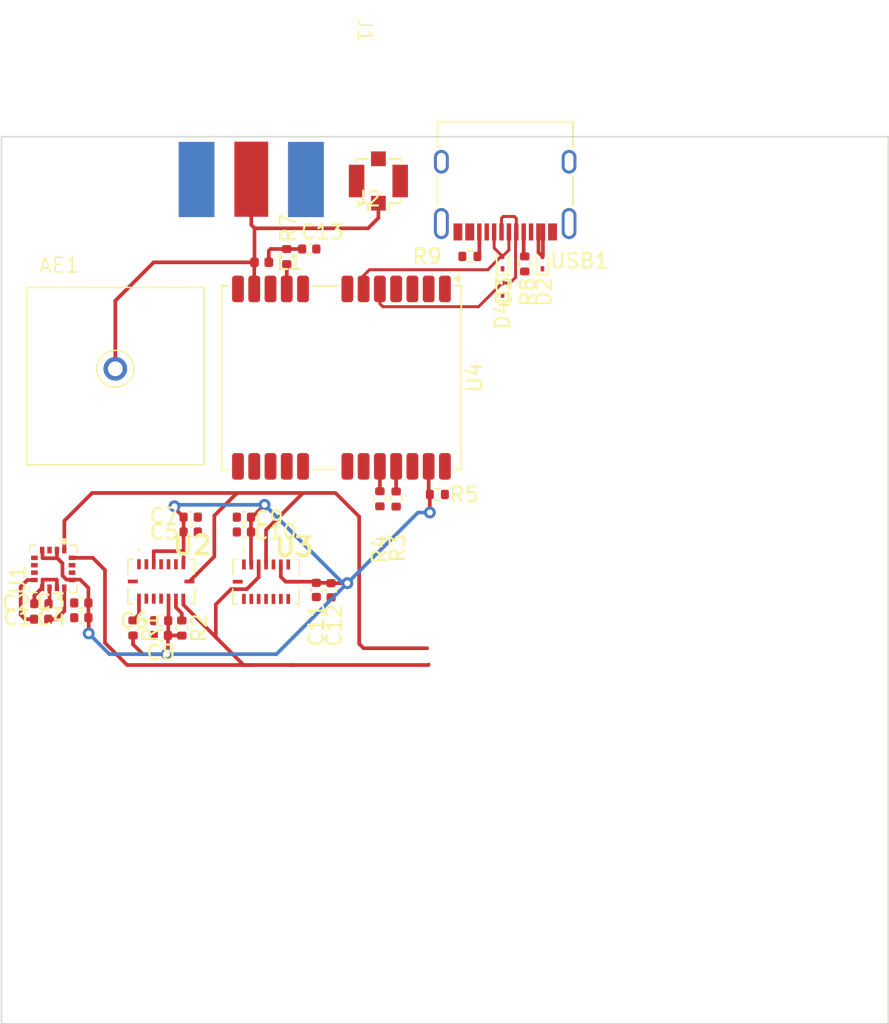
<source format=kicad_pcb>
(kicad_pcb (version 20240108) (generator "pcbnew") (generator_version "8.0")
  (layers (0 "F.Cu" signal) (31 "B.Cu" signal) (34 "B.Paste" user) (35 "F.Paste" user) (36 "B.SilkS" user "B.Silkscreen") (37 "F.SilkS" user "F.Silkscreen") (38 "B.Mask" user) (39 "F.Mask" user) (44 "Edge.Cuts" user))
  (net 0 "")
  (net 1 "GPS_ANT1")
  (net 2 "V_BATT")
  (net 3 "GND")
  (net 4 "3V3")
  (net 5 "RX")
  (net 6 "TX")
  (net 7 "SDA")
  (net 8 "SCL")
  (net 9 "Net-(U4-TXD{slash}SPI_MISO)")
  (net 10 "Net-(U4-RXD{slash}SPI_MOSI)")
  (net 11 "AD0")
  (net 12 "AD1")
  (net 13 "VCC_RF")
  (net 18 "Net-(USB1-CC2)")
  (net 19 "Net-(USB1-CC1)")
  (net 28 "Net-(U1-SETC)")
  (net 29 "Net-(U1-STEP)")
  (net 30 "Net-(U1-C1)")
  (net 31 "Net-(C13-Pad1)")
  (net 45 "/USB_D+")
  (net 46 "/USB_D-")
  (net 47 "Net-(D2-A2)")
  (footprint "Inductor_SMD:L_0402_1005Metric" (layer "F.Cu") (at 147.5 75.8)
    (property "Reference" "L1" (at 1.885 0 0) (layer "F.SilkS"))
    (property "Value" "27nH, 300mA")
    (pad "1" smd roundrect (at -0.485 0) (size 0.59 0.64) (layers "F.Cu" "F.Paste" "F.Mask") (net 1 "GPS_ANT1"))
    (pad "2" smd roundrect (at 0.485 0) (size 0.59 0.64) (layers "F.Cu" "F.Paste" "F.Mask") (net 31 "Net-(C13-Pad1)"))
  )
  (footprint "Resistor_SMD:R_0402_1005Metric" (layer "F.Cu") (at 155.5 91.79 -90)
    (property "Reference" "R4" (at 3.41 0 90) (layer "F.SilkS"))
    (property "Value" "33")
    (fp_line (start -0.153641 0.38) (end 0.153641 0.38) (stroke (width 0.12)) (layer "F.SilkS"))
    (fp_line (start -0.153641 -0.38) (end 0.153641 -0.38) (stroke (width 0.12)) (layer "F.SilkS"))
    (pad "1" smd roundrect (at -0.51 0 270) (size 0.54 0.64) (layers "F.Cu" "F.Paste" "F.Mask") (net 9 "Net-(U4-TXD{slash}SPI_MISO)"))
    (pad "2" smd roundrect (at 0.51 0 270) (size 0.54 0.64) (layers "F.Cu" "F.Paste" "F.Mask") (net 6 "TX"))
  )
  (footprint "Package_LGA:LGA-16_3x3mm_P0.5mm" (layer "F.Cu") (at 133.4 96.535 -90)
    (property "Reference" "U1" (at 0.752 2.4 90) (layer "F.SilkS"))
    (property "Value" "~")
    (fp_line (start -1.6 1.6) (end -1.1 1.6) (stroke (width 0.1)) (layer "F.SilkS"))
    (fp_line (start -1.6 1.6) (end -1.6 1.1) (stroke (width 0.1)) (layer "F.SilkS"))
    (fp_line (start 1.6 1.6) (end 1.1 1.6) (stroke (width 0.1)) (layer "F.SilkS"))
    (fp_line (start 1.6 1.6) (end 1.6 1.1) (stroke (width 0.1)) (layer "F.SilkS"))
    (fp_line (start -1.6 -1.6) (end -1.6 -1.1) (stroke (width 0.1)) (layer "F.SilkS"))
    (fp_line (start -1.6 -1.6) (end -1.1 -1.6) (stroke (width 0.1)) (layer "F.SilkS"))
    (fp_line (start 1.1 -1.6) (end 1.6 -1.6) (stroke (width 0.1)) (layer "F.SilkS"))
    (fp_line (start 1.6 -1.6) (end 1.6 -1.1) (stroke (width 0.1)) (layer "F.SilkS"))
    (fp_poly (pts (xy -1.675 -0.75) (xy -2.011 -0.51) (xy -2.011 -0.99) (xy -1.675 -0.75)) (stroke (width 0.12)) (fill solid) (layer "F.SilkS"))
    (pad "1" smd rect (at -1.275 -0.75) (size 0.3 0.45) (layers "F.Cu" "F.Paste" "F.Mask") (net 8 "SCL"))
    (pad "2" smd rect (at -1.275 -0.25) (size 0.3 0.45) (layers "F.Cu" "F.Paste" "F.Mask") (net 4 "3V3"))
    (pad "3" smd rect (at -1.275 0.25) (size 0.3 0.45) (layers "F.Cu" "F.Paste" "F.Mask"))
    (pad "4" smd rect (at -1.275 0.75) (size 0.3 0.45) (layers "F.Cu" "F.Paste" "F.Mask") (net 4 "3V3"))
    (pad "5" smd rect (at -0.75 1.275 270) (size 0.3 0.45) (layers "F.Cu" "F.Paste" "F.Mask"))
    (pad "6" smd rect (at -0.25 1.275 270) (size 0.3 0.45) (layers "F.Cu" "F.Paste" "F.Mask"))
    (pad "7" smd rect (at 0.25 1.275 270) (size 0.3 0.45) (layers "F.Cu" "F.Paste" "F.Mask"))
    (pad "8" smd rect (at 0.75 1.275 270) (size 0.3 0.45) (layers "F.Cu" "F.Paste" "F.Mask") (net 29 "Net-(U1-STEP)"))
    (pad "9" smd rect (at 1.275 0.75) (size 0.3 0.45) (layers "F.Cu" "F.Paste" "F.Mask") (net 3 "GND"))
    (pad "10" smd rect (at 1.275 0.25) (size 0.3 0.45) (layers "F.Cu" "F.Paste" "F.Mask") (net 30 "Net-(U1-C1)"))
    (pad "11" smd rect (at 1.275 -0.25) (size 0.3 0.45) (layers "F.Cu" "F.Paste" "F.Mask") (net 3 "GND"))
    (pad "12" smd rect (at 1.275 -0.75) (size 0.3 0.45) (layers "F.Cu" "F.Paste" "F.Mask") (net 28 "Net-(U1-SETC)"))
    (pad "13" smd rect (at 0.75 -1.275 270) (size 0.3 0.45) (layers "F.Cu" "F.Paste" "F.Mask") (net 4 "3V3"))
    (pad "14" smd rect (at 0.25 -1.275 270) (size 0.3 0.45) (layers "F.Cu" "F.Paste" "F.Mask"))
    (pad "15" smd rect (at -0.25 -1.275 270) (size 0.3 0.45) (layers "F.Cu" "F.Paste" "F.Mask"))
    (pad "16" smd rect (at -0.75 -1.275 270) (size 0.3 0.45) (layers "F.Cu" "F.Paste" "F.Mask") (net 7 "SDA"))
  )
  (footprint "Resistor_SMD:R_0402_1005Metric" (layer "F.Cu") (at 159.39 91.5)
    (property "Reference" "R5" (at 1.81 0 0) (layer "F.SilkS"))
    (property "Value" "100K")
    (fp_line (start -0.153641 -0.38) (end 0.153641 -0.38) (stroke (width 0.12)) (layer "F.SilkS"))
    (fp_line (start -0.153641 0.38) (end 0.153641 0.38) (stroke (width 0.12)) (layer "F.SilkS"))
    (pad "1" smd roundrect (at -0.51 0) (size 0.54 0.64) (layers "F.Cu" "F.Paste" "F.Mask") (net 4 "3V3"))
    (pad "2" smd roundrect (at 0.51 0) (size 0.54 0.64) (layers "F.Cu" "F.Paste" "F.Mask") (net 3 "GND"))
  )
  (footprint "Capacitor_SMD:C_0402_1005Metric" (layer "F.Cu") (at 150.72 74.9)
    (property "Reference" "C13" (at 0.88 -1.16 0) (layer "F.SilkS"))
    (property "Value" "100nF")
    (fp_line (start -0.107836 -0.36) (end 0.107836 -0.36) (stroke (width 0.12)) (layer "F.SilkS"))
    (fp_line (start -0.107836 0.36) (end 0.107836 0.36) (stroke (width 0.12)) (layer "F.SilkS"))
    (pad "1" smd roundrect (at -0.48 0) (size 0.56 0.62) (layers "F.Cu" "F.Paste" "F.Mask") (net 31 "Net-(C13-Pad1)"))
    (pad "2" smd roundrect (at 0.48 0) (size 0.56 0.62) (layers "F.Cu" "F.Paste" "F.Mask") (net 3 "GND"))
  )
  (footprint "Diode_SMD:D_SOD-923" (layer "F.Cu") (at 166.5 75.82 90)
    (property "Reference" "D2" (at -1.98 0.1 -90) (layer "F.SilkS"))
    (property "Value" "5V")
    (fp_line (start 0.5 -0.4) (end -0.86 -0.4) (stroke (width 0.12)) (layer "F.SilkS"))
    (fp_line (start -0.86 -0.4) (end -0.86 0.4) (stroke (width 0.12)) (layer "F.SilkS"))
    (fp_line (start 0.5 0.4) (end -0.86 0.4) (stroke (width 0.12)) (layer "F.SilkS"))
    (pad "1" smd roundrect (at -0.42 0 270) (size 0.36 0.25) (layers "F.Cu" "F.Paste" "F.Mask") (net 3 "GND"))
    (pad "2" smd roundrect (at 0.42 0 270) (size 0.36 0.25) (layers "F.Cu" "F.Paste" "F.Mask") (net 47 "Net-(D2-A2)"))
  )
  (footprint "WOBCLibrary:SMA_aki" (layer "F.Cu") (at 146.8 66.4 -90)
    (property "Reference" "J1" (at -6.3 -7.7 -90) (layer "F.SilkS") (effects (font (thickness 0.1))))
    (property "Value" "SMA")
    (pad "1" smd rect (at 3.78 0 270) (size 5.08 2.29) (layers "F.Cu" "F.Paste" "F.Mask") (net 1 "GPS_ANT1"))
    (pad "2" smd rect (at 3.8 -3.7 270) (size 5.08 2.42) (layers "F.Cu" "F.Paste" "F.Mask") (net 3 "GND"))
    (pad "2" smd rect (at 3.8 -3.7 270) (size 5.08 2.42) (layers "B.Cu" "B.Paste" "B.Mask") (net 3 "GND"))
    (pad "2" smd rect (at 3.8 3.7 270) (size 5.08 2.42) (layers "F.Cu" "F.Paste" "F.Mask") (net 3 "GND"))
    (pad "2" smd rect (at 3.8 3.7 270) (size 5.08 2.42) (layers "B.Cu" "B.Paste" "B.Mask") (net 3 "GND"))
  )
  (footprint "Capacitor_SMD:C_0402_1005Metric" (layer "F.Cu") (at 152.2 97.98 -90)
    (property "Reference" "C12" (at 2.38 -0.2 90) (layer "F.SilkS"))
    (property "Value" "10μF")
    (fp_line (start -0.107836 0.36) (end 0.107836 0.36) (stroke (width 0.12)) (layer "F.SilkS"))
    (fp_line (start -0.107836 -0.36) (end 0.107836 -0.36) (stroke (width 0.12)) (layer "F.SilkS"))
    (pad "1" smd roundrect (at -0.48 0 270) (size 0.56 0.62) (layers "F.Cu" "F.Paste" "F.Mask") (net 4 "3V3"))
    (pad "2" smd roundrect (at 0.48 0 270) (size 0.56 0.62) (layers "F.Cu" "F.Paste" "F.Mask") (net 3 "GND"))
  )
  (footprint "Capacitor_SMD:C_0402_1005Metric" (layer "F.Cu") (at 140.7 100.035 180)
    (property "Reference" "C6" (at 1.8 0 180) (layer "F.SilkS"))
    (property "Value" "100nF")
    (fp_line (start -0.107836 0.36) (end 0.107836 0.36) (stroke (width 0.12)) (layer "F.SilkS"))
    (fp_line (start -0.107836 -0.36) (end 0.107836 -0.36) (stroke (width 0.12)) (layer "F.SilkS"))
    (pad "1" smd roundrect (at -0.48 0 180) (size 0.56 0.62) (layers "F.Cu" "F.Paste" "F.Mask") (net 4 "3V3"))
    (pad "2" smd roundrect (at 0.48 0 180) (size 0.56 0.62) (layers "F.Cu" "F.Paste" "F.Mask") (net 3 "GND"))
  )
  (footprint "Capacitor_SMD:C_0402_1005Metric" (layer "F.Cu") (at 135.3 99.835 180)
    (property "Reference" "C4" (at 2 0 180) (layer "F.SilkS"))
    (property "Value" "10μF")
    (fp_line (start -0.107836 0.36) (end 0.107836 0.36) (stroke (width 0.12)) (layer "F.SilkS"))
    (fp_line (start -0.107836 -0.36) (end 0.107836 -0.36) (stroke (width 0.12)) (layer "F.SilkS"))
    (pad "1" smd roundrect (at -0.48 0 180) (size 0.56 0.62) (layers "F.Cu" "F.Paste" "F.Mask") (net 4 "3V3"))
    (pad "2" smd roundrect (at 0.48 0 180) (size 0.56 0.62) (layers "F.Cu" "F.Paste" "F.Mask") (net 3 "GND"))
  )
  (footprint "WOBCLibrary:BMI088" (layer "F.Cu") (at 147.8 97.4)
    (property "Reference" "U3" (at 1.9 -2.365 0) (layer "F.SilkS") (effects (font (size 1.27 1.27) (thickness 0.254))))
    (property "Value" "~" (hide yes))
    (fp_line (start -2.25 -1.5) (end -1.915 -1.5) (stroke (width 0.1)) (layer "F.SilkS"))
    (fp_line (start -2.25 -0.5) (end -2.25 -1.5) (stroke (width 0.1)) (layer "F.SilkS"))
    (fp_line (start -2.25 0.5) (end -2.25 0.5) (stroke (width 0.1)) (layer "F.SilkS"))
    (fp_line (start -2.25 1.5) (end -2.25 0.5) (stroke (width 0.1)) (layer "F.SilkS"))
    (fp_line (start -1.915 1.5) (end -2.25 1.5) (stroke (width 0.1)) (layer "F.SilkS"))
    (fp_line (start -1.5 -2.2) (end -1.5 -2.2) (stroke (width 0.1)) (layer "F.SilkS"))
    (fp_line (start -1.5 -2.1) (end -1.5 -2.1) (stroke (width 0.1)) (layer "F.SilkS"))
    (fp_line (start 1.915 -1.5) (end 2.25 -1.5) (stroke (width 0.1)) (layer "F.SilkS"))
    (fp_line (start 2 1.5) (end 2.25 1.5) (stroke (width 0.1)) (layer "F.SilkS"))
    (fp_line (start 2.25 -1.5) (end 2.25 -0.5) (stroke (width 0.1)) (layer "F.SilkS"))
    (fp_line (start 2.25 1.5) (end 2.25 0.5) (stroke (width 0.1)) (layer "F.SilkS"))
    (fp_arc (start -1.5 -2.2) (mid -1.45 -2.15) (end -1.5 -2.1) (stroke (width 0.1)) (layer "F.SilkS"))
    (fp_arc (start -1.5 -2.1) (mid -1.55 -2.15) (end -1.5 -2.2) (stroke (width 0.1)) (layer "F.SilkS"))
    (pad "1" smd rect (at -1.5 -1.165) (size 0.25 0.675) (layers "F.Cu" "F.Paste" "F.Mask") (net 3 "GND"))
    (pad "2" smd rect (at -1 -1.165) (size 0.25 0.675) (layers "F.Cu" "F.Paste" "F.Mask") (net 4 "3V3"))
    (pad "3" smd rect (at -0.5 -1.165) (size 0.25 0.675) (layers "F.Cu" "F.Paste" "F.Mask") (net 7 "SDA"))
    (pad "4" smd rect (at 0 -1.165) (size 0.25 0.675) (layers "F.Cu" "F.Paste" "F.Mask") (net 8 "SCL"))
    (pad "5" smd rect (at 0.5 -1.165) (size 0.25 0.675) (layers "F.Cu" "F.Paste" "F.Mask") (net 3 "GND"))
    (pad "6" smd rect (at 1 -1.165) (size 0.25 0.675) (layers "F.Cu" "F.Paste" "F.Mask") (net 4 "3V3"))
    (pad "7" smd rect (at 1.5 -1.165) (size 0.25 0.675) (layers "F.Cu" "F.Paste" "F.Mask") (net 3 "GND"))
    (pad "8" smd rect (at 1.915 0 90) (size 0.25 0.675) (layers "F.Cu" "F.Paste" "F.Mask") (net 4 "3V3"))
    (pad "9" smd rect (at 1.5 1.165) (size 0.25 0.675) (layers "F.Cu" "F.Paste" "F.Mask"))
    (pad "10" smd rect (at 1 1.165) (size 0.25 0.675) (layers "F.Cu" "F.Paste" "F.Mask"))
    (pad "11" smd rect (at 0.5 1.165) (size 0.25 0.675) (layers "F.Cu" "F.Paste" "F.Mask"))
    (pad "12" smd rect (at 0 1.165) (size 0.25 0.675) (layers "F.Cu" "F.Paste" "F.Mask"))
    (pad "13" smd rect (at -0.5 1.165) (size 0.25 0.675) (layers "F.Cu" "F.Paste" "F.Mask"))
    (pad "14" smd rect (at -1 1.165) (size 0.25 0.675) (layers "F.Cu" "F.Paste" "F.Mask"))
    (pad "15" smd rect (at -1.5 1.165) (size 0.25 0.675) (layers "F.Cu" "F.Paste" "F.Mask"))
    (pad "16" smd rect (at -1.915 0 90) (size 0.25 0.675) (layers "F.Cu" "F.Paste" "F.Mask"))
  )
  (footprint "Capacitor_SMD:C_0402_1005Metric" (layer "F.Cu") (at 151.2 97.955 -90)
    (property "Reference" "C11" (at 2.38 0 90) (layer "F.SilkS"))
    (property "Value" "100nF")
    (fp_line (start -0.107836 0.36) (end 0.107836 0.36) (stroke (width 0.12)) (layer "F.SilkS"))
    (fp_line (start -0.107836 -0.36) (end 0.107836 -0.36) (stroke (width 0.12)) (layer "F.SilkS"))
    (pad "1" smd roundrect (at -0.48 0 270) (size 0.56 0.62) (layers "F.Cu" "F.Paste" "F.Mask") (net 4 "3V3"))
    (pad "2" smd roundrect (at 0.48 0 270) (size 0.56 0.62) (layers "F.Cu" "F.Paste" "F.Mask") (net 3 "GND"))
  )
  (footprint "Resistor_SMD:R_0402_1005Metric" (layer "F.Cu") (at 161.59 75.4 180)
    (property "Reference" "R9" (at 2.89 0 180) (layer "F.SilkS"))
    (property "Value" "22k")
    (fp_line (start -0.153641 0.38) (end 0.153641 0.38) (stroke (width 0.12)) (layer "F.SilkS"))
    (fp_line (start -0.153641 -0.38) (end 0.153641 -0.38) (stroke (width 0.12)) (layer "F.SilkS"))
    (pad "1" smd roundrect (at -0.51 0 180) (size 0.54 0.64) (layers "F.Cu" "F.Paste" "F.Mask") (net 18 "Net-(USB1-CC2)"))
    (pad "2" smd roundrect (at 0.51 0 180) (size 0.54 0.64) (layers "F.Cu" "F.Paste" "F.Mask") (net 3 "GND"))
  )
  (footprint "Capacitor_SMD:C_0402_1005Metric" (layer "F.Cu") (at 142.7 93.035)
    (property "Reference" "C7" (at -1.8 -0.1 0) (layer "F.SilkS"))
    (property "Value" "10μF")
    (fp_line (start -0.107836 -0.36) (end 0.107836 -0.36) (stroke (width 0.12)) (layer "F.SilkS"))
    (fp_line (start -0.107836 0.36) (end 0.107836 0.36) (stroke (width 0.12)) (layer "F.SilkS"))
    (pad "1" smd roundrect (at -0.48 0) (size 0.56 0.62) (layers "F.Cu" "F.Paste" "F.Mask") (net 4 "3V3"))
    (pad "2" smd roundrect (at 0.48 0) (size 0.56 0.62) (layers "F.Cu" "F.Paste" "F.Mask") (net 3 "GND"))
  )
  (footprint "Resistor_SMD:R_0402_1005Metric" (layer "F.Cu") (at 149.2 75.41 90)
    (property "Reference" "R7" (at 1.91 0.1 -90) (layer "F.SilkS"))
    (property "Value" "10")
    (fp_line (start -0.153641 -0.38) (end 0.153641 -0.38) (stroke (width 0.12)) (layer "F.SilkS"))
    (fp_line (start -0.153641 0.38) (end 0.153641 0.38) (stroke (width 0.12)) (layer "F.SilkS"))
    (pad "1" smd roundrect (at -0.51 0 90) (size 0.54 0.64) (layers "F.Cu" "F.Paste" "F.Mask") (net 13 "VCC_RF"))
    (pad "2" smd roundrect (at 0.51 0 90) (size 0.54 0.64) (layers "F.Cu" "F.Paste" "F.Mask") (net 31 "Net-(C13-Pad1)"))
  )
  (footprint "Diode_SMD:D_SOD-923" (layer "F.Cu") (at 163.8 75.82 90)
    (property "Reference" "D3" (at -1.88 0.1 -90) (layer "F.SilkS"))
    (property "Value" "5V")
    (fp_line (start 0.5 -0.4) (end -0.86 -0.4) (stroke (width 0.12)) (layer "F.SilkS"))
    (fp_line (start -0.86 -0.4) (end -0.86 0.4) (stroke (width 0.12)) (layer "F.SilkS"))
    (fp_line (start 0.5 0.4) (end -0.86 0.4) (stroke (width 0.12)) (layer "F.SilkS"))
    (pad "1" smd roundrect (at -0.42 0 270) (size 0.36 0.25) (layers "F.Cu" "F.Paste" "F.Mask") (net 3 "GND"))
    (pad "2" smd roundrect (at 0.42 0 270) (size 0.36 0.25) (layers "F.Cu" "F.Paste" "F.Mask") (net 45 "/USB_D+"))
  )
  (footprint "Resistor_SMD:R_0402_1005Metric" (layer "F.Cu") (at 165.3 75.91 -90)
    (property "Reference" "R8" (at 1.89 -0.2 90) (layer "F.SilkS"))
    (property "Value" "22k")
    (fp_line (start -0.153641 0.38) (end 0.153641 0.38) (stroke (width 0.12)) (layer "F.SilkS"))
    (fp_line (start -0.153641 -0.38) (end 0.153641 -0.38) (stroke (width 0.12)) (layer "F.SilkS"))
    (pad "1" smd roundrect (at -0.51 0 270) (size 0.54 0.64) (layers "F.Cu" "F.Paste" "F.Mask") (net 19 "Net-(USB1-CC1)"))
    (pad "2" smd roundrect (at 0.51 0 270) (size 0.54 0.64) (layers "F.Cu" "F.Paste" "F.Mask") (net 3 "GND"))
  )
  (footprint "WOBCLibrary:GNSS_Antenna_1212" (layer "F.Cu") (at 137.6 83.5)
    (property "Reference" "AE1" (at -3.8 -7.5 0) (layer "F.SilkS") (effects (font (thickness 0.1))))
    (property "Value" "Antenna")
    (fp_line (start -6 -6) (end 6 -6) (stroke (width 0.1)) (layer "F.SilkS"))
    (fp_line (start -6 6) (end -6 -6) (stroke (width 0.1)) (layer "F.SilkS"))
    (fp_line (start 6 -6) (end 6 6) (stroke (width 0.1)) (layer "F.SilkS"))
    (fp_line (start 6 6) (end -6 6) (stroke (width 0.1)) (layer "F.SilkS"))
    (fp_circle (center 0 -0.5) (end 1.25 -0.5) (stroke (width 0.1)) (fill none) (layer "F.SilkS"))
    (pad "1" thru_hole circle (at 0 -0.5) (size 1.6 1.6) (drill 1) (layers "*.Cu" "*.Mask") (net 1 "GPS_ANT1"))
  )
  (footprint "Capacitor_SMD:C_0402_1005Metric" (layer "F.Cu") (at 132.58 99.935 180)
    (property "Reference" "C1" (at 1.58 0.1 180) (layer "F.SilkS"))
    (property "Value" "0.22μF")
    (fp_line (start -0.107836 0.36) (end 0.107836 0.36) (stroke (width 0.12)) (layer "F.SilkS"))
    (fp_line (start -0.107836 -0.36) (end 0.107836 -0.36) (stroke (width 0.12)) (layer "F.SilkS"))
    (pad "1" smd roundrect (at -0.48 0 180) (size 0.56 0.62) (layers "F.Cu" "F.Paste" "F.Mask") (net 28 "Net-(U1-SETC)"))
    (pad "2" smd roundrect (at 0.48 0 180) (size 0.56 0.62) (layers "F.Cu" "F.Paste" "F.Mask") (net 29 "Net-(U1-STEP)"))
  )
  (footprint "Capacitor_SMD:C_0402_1005Metric" (layer "F.Cu") (at 146.3 93.035 180)
    (property "Reference" "C9" (at -1.7 -0.1 180) (layer "F.SilkS"))
    (property "Value" "10μF")
    (fp_line (start -0.107836 0.36) (end 0.107836 0.36) (stroke (width 0.12)) (layer "F.SilkS"))
    (fp_line (start -0.107836 -0.36) (end 0.107836 -0.36) (stroke (width 0.12)) (layer "F.SilkS"))
    (pad "1" smd roundrect (at -0.48 0 180) (size 0.56 0.62) (layers "F.Cu" "F.Paste" "F.Mask") (net 4 "3V3"))
    (pad "2" smd roundrect (at 0.48 0 180) (size 0.56 0.62) (layers "F.Cu" "F.Paste" "F.Mask") (net 3 "GND"))
  )
  (footprint "WOBCLibrary:BMI088" (layer "F.Cu") (at 140.7 97.3835)
    (property "Reference" "U2" (at 2.1 -2.4485 0) (layer "F.SilkS") (effects (font (size 1.27 1.27) (thickness 0.254))))
    (property "Value" "BMI088" (hide yes))
    (fp_line (start -2.25 -1.5) (end -1.915 -1.5) (stroke (width 0.1)) (layer "F.SilkS"))
    (fp_line (start -2.25 -0.5) (end -2.25 -1.5) (stroke (width 0.1)) (layer "F.SilkS"))
    (fp_line (start -2.25 0.5) (end -2.25 0.5) (stroke (width 0.1)) (layer "F.SilkS"))
    (fp_line (start -2.25 1.5) (end -2.25 0.5) (stroke (width 0.1)) (layer "F.SilkS"))
    (fp_line (start -1.915 1.5) (end -2.25 1.5) (stroke (width 0.1)) (layer "F.SilkS"))
    (fp_line (start -1.5 -2.2) (end -1.5 -2.2) (stroke (width 0.1)) (layer "F.SilkS"))
    (fp_line (start -1.5 -2.1) (end -1.5 -2.1) (stroke (width 0.1)) (layer "F.SilkS"))
    (fp_line (start 1.915 -1.5) (end 2.25 -1.5) (stroke (width 0.1)) (layer "F.SilkS"))
    (fp_line (start 2 1.5) (end 2.25 1.5) (stroke (width 0.1)) (layer "F.SilkS"))
    (fp_line (start 2.25 -1.5) (end 2.25 -0.5) (stroke (width 0.1)) (layer "F.SilkS"))
    (fp_line (start 2.25 1.5) (end 2.25 0.5) (stroke (width 0.1)) (layer "F.SilkS"))
    (fp_arc (start -1.5 -2.2) (mid -1.45 -2.15) (end -1.5 -2.1) (stroke (width 0.1)) (layer "F.SilkS"))
    (fp_arc (start -1.5 -2.1) (mid -1.55 -2.15) (end -1.5 -2.2) (stroke (width 0.1)) (layer "F.SilkS"))
    (pad "1" smd rect (at -1.5 -1.165) (size 0.25 0.675) (layers "F.Cu" "F.Paste" "F.Mask"))
    (pad "2" smd rect (at -1 -1.165) (size 0.25 0.675) (layers "F.Cu" "F.Paste" "F.Mask"))
    (pad "3" smd rect (at -0.5 -1.165) (size 0.25 0.675) (layers "F.Cu" "F.Paste" "F.Mask") (net 4 "3V3"))
    (pad "4" smd rect (at 0 -1.165) (size 0.25 0.675) (layers "F.Cu" "F.Paste" "F.Mask") (net 3 "GND"))
    (pad "5" smd rect (at 0.5 -1.165) (size 0.25 0.675) (layers "F.Cu" "F.Paste" "F.Mask"))
    (pad "6" smd rect (at 1 -1.165) (size 0.25 0.675) (layers "F.Cu" "F.Paste" "F.Mask") (net 3 "GND"))
    (pad "7" smd rect (at 1.5 -1.165) (size 0.25 0.675) (layers "F.Cu" "F.Paste" "F.Mask") (net 4 "3V3"))
    (pad "8" smd rect (at 1.915 0 90) (size 0.25 0.675) (layers "F.Cu" "F.Paste" "F.Mask") (net 8 "SCL"))
    (pad "9" smd rect (at 1.5 1.165) (size 0.25 0.675) (layers "F.Cu" "F.Paste" "F.Mask") (net 7 "SDA"))
    (pad "10" smd rect (at 1 1.165) (size 0.25 0.675) (layers "F.Cu" "F.Paste" "F.Mask") (net 12 "AD1"))
    (pad "11" smd rect (at 0.5 1.165) (size 0.25 0.675) (layers "F.Cu" "F.Paste" "F.Mask") (net 4 "3V3"))
    (pad "12" smd rect (at 0 1.165) (size 0.25 0.675) (layers "F.Cu" "F.Paste" "F.Mask"))
    (pad "13" smd rect (at -0.5 1.165) (size 0.25 0.675) (layers "F.Cu" "F.Paste" "F.Mask"))
    (pad "14" smd rect (at -1 1.165) (size 0.25 0.675) (layers "F.Cu" "F.Paste" "F.Mask"))
    (pad "15" smd rect (at -1.5 1.165) (size 0.25 0.675) (layers "F.Cu" "F.Paste" "F.Mask") (net 11 "AD0"))
    (pad "16" smd rect (at -1.915 0 90) (size 0.25 0.675) (layers "F.Cu" "F.Paste" "F.Mask"))
  )
  (footprint "Connector_USB:USB_C_Receptacle_XKB_U262-16XN-4BVC11" (layer "F.Cu") (at 163.98 70.075 180)
    (property "Reference" "USB1" (at -5.02 -5.625 180) (layer "F.SilkS"))
    (property "Value" "USB_C_Receptacle_USB2.0")
    (fp_line (start 4.58 3.785) (end -4.58 3.785) (stroke (width 0.12)) (layer "F.SilkS"))
    (fp_line (start 4.58 2.08) (end 4.58 3.785) (stroke (width 0.12)) (layer "F.SilkS"))
    (fp_line (start 4.58 0.07) (end 4.58 -1.85) (stroke (width 0.12)) (layer "F.SilkS"))
    (fp_line (start -4.58 3.785) (end -4.58 2.08) (stroke (width 0.12)) (layer "F.SilkS"))
    (fp_line (start -4.58 -1.85) (end -4.58 0.07) (stroke (width 0.12)) (layer "F.SilkS"))
    (pad "" np_thru_hole circle (at -2.89 -2.605 180) (size 0.65 0.65) (drill 0.65) (layers "*.Cu" "*.Mask"))
    (pad "" np_thru_hole circle (at 2.89 -2.605 180) (size 0.65 0.65) (drill 0.65) (layers "*.Cu" "*.Mask"))
    (pad "A1" smd rect (at -3.35 -3.67 180) (size 0.3 1.15) (layers "F.Cu" "F.Paste" "F.Mask") (net 3 "GND"))
    (pad "A4" smd rect (at -2.55 -3.67 180) (size 0.3 1.15) (layers "F.Cu" "F.Paste" "F.Mask") (net 47 "Net-(D2-A2)"))
    (pad "A5" smd rect (at -1.25 -3.67 180) (size 0.3 1.15) (layers "F.Cu" "F.Paste" "F.Mask") (net 19 "Net-(USB1-CC1)"))
    (pad "A6" smd rect (at -0.25 -3.67 180) (size 0.3 1.15) (layers "F.Cu" "F.Paste" "F.Mask") (net 45 "/USB_D+"))
    (pad "A7" smd rect (at 0.25 -3.67 180) (size 0.3 1.15) (layers "F.Cu" "F.Paste" "F.Mask") (net 46 "/USB_D-"))
    (pad "A8" smd rect (at 1.25 -3.67 180) (size 0.3 1.15) (layers "F.Cu" "F.Paste" "F.Mask"))
    (pad "A9" smd rect (at 2.55 -3.67 180) (size 0.3 1.15) (layers "F.Cu" "F.Paste" "F.Mask") (net 47 "Net-(D2-A2)"))
    (pad "A12" smd rect (at 3.35 -3.67 180) (size 0.3 1.15) (layers "F.Cu" "F.Paste" "F.Mask") (net 3 "GND"))
    (pad "B1" smd rect (at 3.05 -3.67 180) (size 0.3 1.15) (layers "F.Cu" "F.Paste" "F.Mask") (net 3 "GND"))
    (pad "B4" smd rect (at 2.25 -3.67 180) (size 0.3 1.15) (layers "F.Cu" "F.Paste" "F.Mask") (net 47 "Net-(D2-A2)"))
    (pad "B5" smd rect (at 1.75 -3.67 180) (size 0.3 1.15) (layers "F.Cu" "F.Paste" "F.Mask") (net 18 "Net-(USB1-CC2)"))
    (pad "B6" smd rect (at 0.75 -3.67 180) (size 0.3 1.15) (layers "F.Cu" "F.Paste" "F.Mask") (net 45 "/USB_D+"))
    (pad "B7" smd rect (at -0.75 -3.67 180) (size 0.3 1.15) (layers "F.Cu" "F.Paste" "F.Mask") (net 46 "/USB_D-"))
    (pad "B8" smd rect (at -1.75 -3.67 180) (size 0.3 1.15) (layers "F.Cu" "F.Paste" "F.Mask"))
    (pad "B9" smd rect (at -2.25 -3.67 180) (size 0.3 1.15) (layers "F.Cu" "F.Paste" "F.Mask") (net 47 "Net-(D2-A2)"))
    (pad "B12" smd rect (at -3.05 -3.67 180) (size 0.3 1.15) (layers "F.Cu" "F.Paste" "F.Mask") (net 3 "GND"))
    (pad "S1" thru_hole oval (at -4.32 -3.105 180) (size 1 2.1) (drill oval 0.6 1.7) (layers "*.Cu" "*.Mask") (net 3 "GND"))
    (pad "S1" thru_hole oval (at -4.32 1.075 180) (size 1 1.6) (drill oval 0.6 1.2) (layers "*.Cu" "*.Mask") (net 3 "GND"))
    (pad "S1" thru_hole oval (at 4.32 -3.105 180) (size 1 2.1) (drill oval 0.6 1.7) (layers "*.Cu" "*.Mask") (net 3 "GND"))
    (pad "S1" thru_hole oval (at 4.32 1.075 180) (size 1 1.6) (drill oval 0.6 1.2) (layers "*.Cu" "*.Mask") (net 3 "GND"))
  )
  (footprint "Resistor_SMD:R_0402_1005Metric" (layer "F.Cu") (at 142.1 100.535 -90)
    (property "Reference" "R2" (at 0 -1.17 90) (layer "F.SilkS"))
    (property "Value" "4.7K")
    (fp_line (start -0.153641 0.38) (end 0.153641 0.38) (stroke (width 0.12)) (layer "F.SilkS"))
    (fp_line (start -0.153641 -0.38) (end 0.153641 -0.38) (stroke (width 0.12)) (layer "F.SilkS"))
    (pad "1" smd roundrect (at -0.51 0 270) (size 0.54 0.64) (layers "F.Cu" "F.Paste" "F.Mask") (net 12 "AD1"))
    (pad "2" smd roundrect (at 0.51 0 270) (size 0.54 0.64) (layers "F.Cu" "F.Paste" "F.Mask") (net 4 "3V3"))
  )
  (footprint "Capacitor_SMD:C_0402_1005Metric" (layer "F.Cu") (at 132.6 98.887 180)
    (property "Reference" "C2" (at 1.7 0.052 180) (layer "F.SilkS"))
    (property "Value" "4.7μF")
    (fp_line (start -0.107836 0.36) (end 0.107836 0.36) (stroke (width 0.12)) (layer "F.SilkS"))
    (fp_line (start -0.107836 -0.36) (end 0.107836 -0.36) (stroke (width 0.12)) (layer "F.SilkS"))
    (pad "1" smd roundrect (at -0.48 0 180) (size 0.56 0.62) (layers "F.Cu" "F.Paste" "F.Mask") (net 30 "Net-(U1-C1)"))
    (pad "2" smd roundrect (at 0.48 0 180) (size 0.56 0.62) (layers "F.Cu" "F.Paste" "F.Mask") (net 3 "GND"))
  )
  (footprint "Capacitor_SMD:C_0402_1005Metric" (layer "F.Cu") (at 146.3 94.035 180)
    (property "Reference" "C10" (at -2.12 0 180) (layer "F.SilkS"))
    (property "Value" "100nF")
    (fp_line (start -0.107836 0.36) (end 0.107836 0.36) (stroke (width 0.12)) (layer "F.SilkS"))
    (fp_line (start -0.107836 -0.36) (end 0.107836 -0.36) (stroke (width 0.12)) (layer "F.SilkS"))
    (pad "1" smd roundrect (at -0.48 0 180) (size 0.56 0.62) (layers "F.Cu" "F.Paste" "F.Mask") (net 4 "3V3"))
    (pad "2" smd roundrect (at 0.48 0 180) (size 0.56 0.62) (layers "F.Cu" "F.Paste" "F.Mask") (net 3 "GND"))
  )
  (footprint "Diode_SMD:D_SOD-923" (layer "F.Cu") (at 163.8 77.6 90)
    (property "Reference" "D4" (at -1.78 0 -90) (layer "F.SilkS"))
    (property "Value" "5V")
    (fp_line (start 0.5 -0.4) (end -0.86 -0.4) (stroke (width 0.12)) (layer "F.SilkS"))
    (fp_line (start -0.86 -0.4) (end -0.86 0.4) (stroke (width 0.12)) (layer "F.SilkS"))
    (fp_line (start 0.5 0.4) (end -0.86 0.4) (stroke (width 0.12)) (layer "F.SilkS"))
    (pad "1" smd roundrect (at -0.42 0 270) (size 0.36 0.25) (layers "F.Cu" "F.Paste" "F.Mask") (net 3 "GND"))
    (pad "2" smd roundrect (at 0.42 0 270) (size 0.36 0.25) (layers "F.Cu" "F.Paste" "F.Mask") (net 46 "/USB_D-"))
  )
  (footprint "RF_GPS:ublox_NEO" (layer "F.Cu") (at 152.9 83.6 -90)
    (property "Reference" "U4" (at 0 -9 90) (layer "F.SilkS"))
    (property "Value" "NEO-M9N")
    (fp_line (start -6.21 8.11) (end 6.21 8.11) (stroke (width 0.12)) (layer "F.SilkS"))
    (fp_line (start -6.21 7.66) (end -6.21 8.11) (stroke (width 0.12)) (layer "F.SilkS"))
    (fp_line (start 6.21 7.66) (end 6.21 8.1) (stroke (width 0.12)) (layer "F.SilkS"))
    (fp_line (start -6.21 0.26) (end -6.21 1.94) (stroke (width 0.12)) (layer "F.SilkS"))
    (fp_line (start 6.21 0.26) (end 6.21 1.94) (stroke (width 0.12)) (layer "F.SilkS"))
    (fp_line (start -6.21 -8.11) (end -6.21 -7.66) (stroke (width 0.12)) (layer "F.SilkS"))
    (fp_line (start -6.21 -8.11) (end 6.21 -8.11) (stroke (width 0.12)) (layer "F.SilkS"))
    (fp_line (start 6.21 -8.11) (end 6.21 -7.66) (stroke (width 0.12)) (layer "F.SilkS"))
    (fp_poly (pts (xy -6.7 -7.66) (xy -6.94 -7.99) (xy -6.46 -7.99) (xy -6.7 -7.66)) (stroke (width 0.12)) (fill solid) (layer "F.SilkS"))
    (pad "1" smd roundrect (at -6 -7 270) (size 1.8 0.8) (layers "F.Cu" "F.Paste" "F.Mask"))
    (pad "2" smd roundrect (at -6 -5.9 270) (size 1.8 0.8) (layers "F.Cu" "F.Paste" "F.Mask"))
    (pad "3" smd roundrect (at -6 -4.8 270) (size 1.8 0.8) (layers "F.Cu" "F.Paste" "F.Mask"))
    (pad "4" smd roundrect (at -6 -3.7 270) (size 1.8 0.8) (layers "F.Cu" "F.Paste" "F.Mask"))
    (pad "5" smd roundrect (at -6 -2.6 270) (size 1.8 0.8) (layers "F.Cu" "F.Paste" "F.Mask") (net 46 "/USB_D-"))
    (pad "6" smd roundrect (at -6 -1.5 270) (size 1.8 0.8) (layers "F.Cu" "F.Paste" "F.Mask") (net 45 "/USB_D+"))
    (pad "7" smd roundrect (at -6 -0.4 270) (size 1.8 0.8) (layers "F.Cu" "F.Paste" "F.Mask"))
    (pad "8" smd roundrect (at -6 2.6 270) (size 1.8 0.8) (layers "F.Cu" "F.Paste" "F.Mask"))
    (pad "9" smd roundrect (at -6 3.7 270) (size 1.8 0.8) (layers "F.Cu" "F.Paste" "F.Mask") (net 13 "VCC_RF"))
    (pad "10" smd roundrect (at -6 4.8 270) (size 1.8 0.8) (layers "F.Cu" "F.Paste" "F.Mask") (net 3 "GND"))
    (pad "11" smd roundrect (at -6 5.9 270) (size 1.8 0.8) (layers "F.Cu" "F.Paste" "F.Mask") (net 1 "GPS_ANT1"))
    (pad "12" smd roundrect (at -6 7 270) (size 1.8 0.8) (layers "F.Cu" "F.Paste" "F.Mask") (net 3 "GND"))
    (pad "13" smd roundrect (at 6 7 270) (size 1.8 0.8) (layers "F.Cu" "F.Paste" "F.Mask") (net 3 "GND"))
    (pad "14" smd roundrect (at 6 5.9 270) (size 1.8 0.8) (layers "F.Cu" "F.Paste" "F.Mask"))
    (pad "15" smd roundrect (at 6 4.8 270) (size 1.8 0.8) (layers "F.Cu" "F.Paste" "F.Mask"))
    (pad "16" smd roundrect (at 6 3.7 270) (size 1.8 0.8) (layers "F.Cu" "F.Paste" "F.Mask"))
    (pad "17" smd roundrect (at 6 2.6 270) (size 1.8 0.8) (layers "F.Cu" "F.Paste" "F.Mask"))
    (pad "18" smd roundrect (at 6 -0.4 270) (size 1.8 0.8) (layers "F.Cu" "F.Paste" "F.Mask"))
    (pad "19" smd roundrect (at 6 -1.5 270) (size 1.8 0.8) (layers "F.Cu" "F.Paste" "F.Mask"))
    (pad "20" smd roundrect (at 6 -2.6 270) (size 1.8 0.8) (layers "F.Cu" "F.Paste" "F.Mask") (net 9 "Net-(U4-TXD{slash}SPI_MISO)"))
    (pad "21" smd roundrect (at 6 -3.7 270) (size 1.8 0.8) (layers "F.Cu" "F.Paste" "F.Mask") (net 10 "Net-(U4-RXD{slash}SPI_MOSI)"))
    (pad "22" smd roundrect (at 6 -4.8 270) (size 1.8 0.8) (layers "F.Cu" "F.Paste" "F.Mask") (net 2 "V_BATT"))
    (pad "23" smd roundrect (at 6 -5.9 270) (size 1.8 0.8) (layers "F.Cu" "F.Paste" "F.Mask") (net 4 "3V3"))
    (pad "24" smd roundrect (at 6 -7 270) (size 1.8 0.8) (layers "F.Cu" "F.Paste" "F.Mask") (net 3 "GND"))
  )
  (footprint "Connector_Coaxial:U.FL_Molex_MCRF_73412-0110_Vertical" (layer "F.Cu") (at 155.4 70.3)
    (property "Reference" "J2" (at -0.7 1.2 0) (layer "F.SilkS"))
    (property "Value" "U.FL")
    (fp_line (start -1.5 -1.5) (end -0.7 -1.5) (stroke (width 0.12)) (layer "F.SilkS"))
    (fp_line (start -1.5 -1.3) (end -1.5 -1.5) (stroke (width 0.12)) (layer "F.SilkS"))
    (fp_line (start -1.3 1.5) (end -1.5 1.3) (stroke (width 0.12)) (layer "F.SilkS"))
    (fp_line (start -0.7 1.5) (end -1.3 1.5) (stroke (width 0.12)) (layer "F.SilkS"))
    (fp_line (start -0.7 1.5) (end -0.7 2) (stroke (width 0.12)) (layer "F.SilkS"))
    (fp_line (start 0.7 -1.5) (end 1.5 -1.5) (stroke (width 0.12)) (layer "F.SilkS"))
    (fp_line (start 0.7 1.5) (end 0.7 2) (stroke (width 0.12)) (layer "F.SilkS"))
    (fp_line (start 1.5 -1.5) (end 1.5 -1.3) (stroke (width 0.12)) (layer "F.SilkS"))
    (fp_line (start 1.5 1.3) (end 1.5 1.5) (stroke (width 0.12)) (layer "F.SilkS"))
    (fp_line (start 1.5 1.5) (end 0.7 1.5) (stroke (width 0.12)) (layer "F.SilkS"))
    (pad "1" smd rect (at 0 1.5) (size 1 1) (layers "F.Cu" "F.Paste" "F.Mask") (net 1 "GPS_ANT1"))
    (pad "2" smd rect (at -1.475 0) (size 1.05 2.2) (layers "F.Cu" "F.Paste" "F.Mask") (net 3 "GND"))
    (pad "2" smd rect (at 0 -1.5) (size 1 1) (layers "F.Cu" "F.Paste" "F.Mask") (net 3 "GND"))
    (pad "2" smd rect (at 1.475 0) (size 1.05 2.2) (layers "F.Cu" "F.Paste" "F.Mask") (net 3 "GND"))
  )
  (footprint "Resistor_SMD:R_0402_1005Metric" (layer "F.Cu") (at 156.6 91.81 -90)
    (property "Reference" "R3" (at 3.31 -0.1 90) (layer "F.SilkS"))
    (property "Value" "33")
    (fp_line (start -0.153641 0.38) (end 0.153641 0.38) (stroke (width 0.12)) (layer "F.SilkS"))
    (fp_line (start -0.153641 -0.38) (end 0.153641 -0.38) (stroke (width 0.12)) (layer "F.SilkS"))
    (pad "1" smd roundrect (at -0.51 0 270) (size 0.54 0.64) (layers "F.Cu" "F.Paste" "F.Mask") (net 10 "Net-(U4-RXD{slash}SPI_MOSI)"))
    (pad "2" smd roundrect (at 0.51 0 270) (size 0.54 0.64) (layers "F.Cu" "F.Paste" "F.Mask") (net 5 "RX"))
  )
  (footprint "Capacitor_SMD:C_0402_1005Metric" (layer "F.Cu") (at 142.7 94.035)
    (property "Reference" "C5" (at -1.8 0 0) (layer "F.SilkS"))
    (property "Value" "100nF")
    (fp_line (start -0.107836 -0.36) (end 0.107836 -0.36) (stroke (width 0.12)) (layer "F.SilkS"))
    (fp_line (start -0.107836 0.36) (end 0.107836 0.36) (stroke (width 0.12)) (layer "F.SilkS"))
    (pad "1" smd roundrect (at -0.48 0) (size 0.56 0.62) (layers "F.Cu" "F.Paste" "F.Mask") (net 4 "3V3"))
    (pad "2" smd roundrect (at 0.48 0) (size 0.56 0.62) (layers "F.Cu" "F.Paste" "F.Mask") (net 3 "GND"))
  )
  (footprint "Capacitor_SMD:C_0402_1005Metric" (layer "F.Cu") (at 140.68 101.035 180)
    (property "Reference" "C8" (at 0 -1.16 180) (layer "F.SilkS"))
    (property "Value" "10μF")
    (fp_line (start -0.107836 0.36) (end 0.107836 0.36) (stroke (width 0.12)) (layer "F.SilkS"))
    (fp_line (start -0.107836 -0.36) (end 0.107836 -0.36) (stroke (width 0.12)) (layer "F.SilkS"))
    (pad "1" smd roundrect (at -0.48 0 180) (size 0.56 0.62) (layers "F.Cu" "F.Paste" "F.Mask") (net 4 "3V3"))
    (pad "2" smd roundrect (at 0.48 0 180) (size 0.56 0.62) (layers "F.Cu" "F.Paste" "F.Mask") (net 3 "GND"))
  )
  (footprint "Resistor_SMD:R_0402_1005Metric" (layer "F.Cu") (at 138.8 100.525 -90)
    (property "Reference" "R1" (at 0 -1.17 90) (layer "F.SilkS"))
    (property "Value" "4.7K")
    (fp_line (start -0.153641 0.38) (end 0.153641 0.38) (stroke (width 0.12)) (layer "F.SilkS"))
    (fp_line (start -0.153641 -0.38) (end 0.153641 -0.38) (stroke (width 0.12)) (layer "F.SilkS"))
    (pad "1" smd roundrect (at -0.51 0 270) (size 0.54 0.64) (layers "F.Cu" "F.Paste" "F.Mask") (net 11 "AD0"))
    (pad "2" smd roundrect (at 0.51 0 270) (size 0.54 0.64) (layers "F.Cu" "F.Paste" "F.Mask") (net 4 "3V3"))
  )
  (footprint "Capacitor_SMD:C_0402_1005Metric" (layer "F.Cu") (at 135.3 98.835 180)
    (property "Reference" "C3" (at 2.052 0.1 180) (layer "F.SilkS"))
    (property "Value" "100nF")
    (fp_line (start -0.107836 0.36) (end 0.107836 0.36) (stroke (width 0.12)) (layer "F.SilkS"))
    (fp_line (start -0.107836 -0.36) (end 0.107836 -0.36) (stroke (width 0.12)) (layer "F.SilkS"))
    (pad "1" smd roundrect (at -0.48 0 180) (size 0.56 0.62) (layers "F.Cu" "F.Paste" "F.Mask") (net 4 "3V3"))
    (pad "2" smd roundrect (at 0.48 0 180) (size 0.56 0.62) (layers "F.Cu" "F.Paste" "F.Mask") (net 3 "GND"))
  )
  (gr_rect (start 129.9 67.3) (end 189.9 127.3) (stroke (width 0.1)) (fill none) (layer "Edge.Cuts"))
  (segment (start 155.4 72.8) (end 155.4 71.8) (width 0.25) (layer "F.Cu") (net 1))
  (segment (start 147.015 75.8) (end 147.015 73.585) (width 0.25) (layer "F.Cu") (net 1))
  (segment (start 146.8 70.18) (end 146.8 73.27) (width 0.25) (layer "F.Cu") (net 1))
  (segment (start 147.015 75.8) (end 140.2 75.8) (width 0.25) (layer "F.Cu") (net 1))
  (segment (start 147 77.6) (end 147 75.815) (width 0.25) (layer "F.Cu") (net 1))
  (segment (start 147 75.815) (end 147.015 75.8) (width 0.25) (layer "F.Cu") (net 1))
  (segment (start 154.7 73.5) (end 155.4 72.8) (width 0.25) (layer "F.Cu") (net 1))
  (segment (start 146.8 73.27) (end 147.015 73.485) (width 0.25) (layer "F.Cu") (net 1))
  (segment (start 137.6 78.4) (end 137.6 83) (width 0.25) (layer "F.Cu") (net 1))
  (segment (start 147.1 73.5) (end 154.7 73.5) (width 0.25) (layer "F.Cu") (net 1))
  (segment (start 147.015 73.585) (end 147.1 73.5) (width 0.25) (layer "F.Cu") (net 1))
  (segment (start 147.015 73.485) (end 147.015 73.585) (width 0.25) (layer "F.Cu") (net 1))
  (segment (start 140.2 75.8) (end 137.6 78.4) (width 0.25) (layer "F.Cu") (net 1))
  (segment (start 132.675 97.785) (end 132.65 97.81) (width 0.25) (layer "F.Cu") (net 3))
  (segment (start 132.675 97.26) (end 132.675 97.785) (width 0.25) (layer "F.Cu") (net 3))
  (segment (start 133.65 97.285) (end 133.625 97.26) (width 0.25) (layer "F.Cu") (net 3))
  (segment (start 133.65 97.81) (end 133.65 97.285) (width 0.25) (layer "F.Cu") (net 3))
  (segment (start 132.12 98.34) (end 132.12 98.887) (width 0.25) (layer "F.Cu") (net 3))
  (segment (start 133.625 97.26) (end 132.675 97.26) (width 0.25) (layer "F.Cu") (net 3))
  (segment (start 132.65 97.81) (end 132.12 98.34) (width 0.25) (layer "F.Cu") (net 3))
  (segment (start 134.65 97.26) (end 134.675 97.285) (width 0.25) (layer "F.Cu") (net 4))
  (segment (start 133.675 95.81) (end 134.025 96.16) (width 0.25) (layer "F.Cu") (net 4))
  (segment (start 142.22 94.035) (end 142.22 95.335) (width 0.25) (layer "F.Cu") (net 4))
  (segment (start 153.3 97.5) (end 152.2 97.5) (width 0.25) (layer "F.Cu") (net 4))
  (segment (start 141.18 101.015) (end 141.16 101.035) (width 0.25) (layer "F.Cu") (net 4))
  (segment (start 141.6 92.3) (end 141.6 92.415) (width 0.25) (layer "F.Cu") (net 4))
  (segment (start 151.2 97.475) (end 152.175 97.475) (width 0.25) (layer "F.Cu") (net 4))
  (segment (start 158.8 91.42) (end 158.88 91.5) (width 0.25) (layer "F.Cu") (net 4))
  (segment (start 142.22 93.035) (end 142.22 94.035) (width 0.25) (layer "F.Cu") (net 4))
  (segment (start 140.2 95.335) (end 142.22 95.335) (width 0.25) (layer "F.Cu") (net 4))
  (segment (start 135.78 98.835) (end 135.78 99.835) (width 0.25) (layer "F.Cu") (net 4))
  (segment (start 146.78 94.035) (end 146.78 96.215) (width 0.25) (layer "F.Cu") (net 4))
  (segment (start 142.09 101.035) (end 142.1 101.045) (width 0.25) (layer "F.Cu") (net 4))
  (segment (start 141.18 100.035) (end 141.18 101.015) (width 0.25) (layer "F.Cu") (net 4))
  (segment (start 140.2 96.2185) (end 140.2 95.335) (width 0.25) (layer "F.Cu") (net 4))
  (segment (start 134.025 96.16) (end 134.025 96.985) (width 0.25) (layer "F.Cu") (net 4))
  (segment (start 135.8 99.855) (end 135.78 99.835) (width 0.25) (layer "F.Cu") (net 4))
  (segment (start 135.78 97.815) (end 135.78 98.835) (width 0.25) (layer "F.Cu") (net 4))
  (segment (start 152.175 97.475) (end 152.2 97.5) (width 0.25) (layer "F.Cu") (net 4))
  (segment (start 141.2 100.015) (end 141.18 100.035) (width 0.25) (layer "F.Cu") (net 4))
  (segment (start 141.6 92.415) (end 142.22 93.035) (width 0.25) (layer "F.Cu") (net 4))
  (segment (start 133.65 95.785) (end 134.025 96.16) (width 0.25) (layer "F.Cu") (net 4))
  (segment (start 146.92 94.115) (end 146.94 94.135) (width 0.25) (layer "F.Cu") (net 4))
  (segment (start 142.22 95.335) (end 142.22 96.1985) (width 0.25) (layer "F.Cu") (net 4))
  (segment (start 141.16 102.24) (end 141.16 101.035) (width 0.25) (layer "F.Cu") (net 4))
  (segment (start 134.675 97.285) (end 134.7 97.26) (width 0.25) (layer "F.Cu") (net 4))
  (segment (start 148.8 97.0725) (end 149.1275 97.4) (width 0.25) (layer "F.Cu") (net 4))
  (segment (start 139.465 102.3) (end 141.1 102.3) (width 0.25) (layer "F.Cu") (net 4))
  (segment (start 134.7 97.26) (end 135.225 97.26) (width 0.25) (layer "F.Cu") (net 4))
  (segment (start 132.65 95.26) (end 132.675 95.285) (width 0.25) (layer "F.Cu") (net 4))
  (segment (start 151.125 97.4) (end 151.2 97.475) (width 0.25) (layer "F.Cu") (net 4))
  (segment (start 138.8 101.635) (end 139.465 102.3) (width 0.25) (layer "F.Cu") (net 4))
  (segment (start 138.8 101.035) (end 138.8 101.635) (width 0.25) (layer "F.Cu") (net 4))
  (segment (start 135.8 100.9) (end 135.8 99.855) (width 0.25) (layer "F.Cu") (net 4))
  (segment (start 132.675 95.285) (end 132.675 95.81) (width 0.25) (layer "F.Cu") (net 4))
  (segment (start 146.78 93.035) (end 146.78 94.035) (width 0.25) (layer "F.Cu") (net 4))
  (segment (start 141.1 102.3) (end 141.16 102.24) (width 0.25) (layer "F.Cu") (net 4))
  (segment (start 148.8 96.235) (end 148.8 97.0725) (width 0.25) (layer "F.Cu") (net 4))
  (segment (start 141.16 101.035) (end 142.09 101.035) (width 0.25) (layer "F.Cu") (net 4))
  (segment (start 133.65 95.26) (end 133.65 95.785) (width 0.25) (layer "F.Cu") (net 4))
  (segment (start 149.715 97.4) (end 151.125 97.4) (width 0.25) (layer "F.Cu") (net 4))
  (segment (start 146.78 93.035) (end 146.865 93.035) (width 0.25) (layer "F.Cu") (net 4))
  (segment (start 158.88 92.72) (end 158.88 91.5) (width 0.25) (layer "F.Cu") (net 4))
  (segment (start 146.78 96.215) (end 146.8 96.235) (width 0.25) (layer "F.Cu") (net 4))
  (segment (start 149.1275 97.4) (end 149.715 97.4) (width 0.25) (layer "F.Cu") (net 4))
  (segment (start 142.22 96.1985) (end 142.2 96.2185) (width 0.25) (layer "F.Cu") (net 4))
  (segment (start 141.2 98.5485) (end 141.2 100.015) (width 0.25) (layer "F.Cu") (net 4))
  (segment (start 134.025 96.985) (end 134.3 97.26) (width 0.25) (layer "F.Cu") (net 4))
  (segment (start 134.3 97.26) (end 134.65 97.26) (width 0.25) (layer "F.Cu") (net 4))
  (segment (start 135.225 97.26) (end 135.78 97.815) (width 0.25) (layer "F.Cu") (net 4))
  (segment (start 158.8 89.6) (end 158.8 91.42) (width 0.25) (layer "F.Cu") (net 4))
  (segment (start 146.865 93.035) (end 147.7 92.2) (width 0.25) (layer "F.Cu") (net 4))
  (segment (start 132.675 95.81) (end 133.675 95.81) (width 0.25) (layer "F.Cu") (net 4))
  (via (at 153.3 97.5) (size 0.8) (drill 0.4) (layers "F.Cu" "B.Cu") (net 4))
  (via (at 147.7 92.2) (size 0.8) (drill 0.4) (layers "F.Cu" "B.Cu") (net 4))
  (via (at 135.8 100.9) (size 0.8) (drill 0.4) (layers "F.Cu" "B.Cu") (net 4))
  (via (at 141.1 102.3) (size 0.8) (drill 0.4) (layers "F.Cu" "B.Cu") (net 4))
  (via (at 141.6 92.3) (size 0.8) (drill 0.4) (layers "F.Cu" "B.Cu") (net 4))
  (via (at 158.88 92.72) (size 0.8) (drill 0.4) (layers "F.Cu" "B.Cu") (net 4))
  (segment (start 135.8 100.9) (end 137.2 102.3) (width 0.25) (layer "B.Cu") (net 4))
  (segment (start 147.7 92.2) (end 141.7 92.2) (width 0.25) (layer "B.Cu") (net 4))
  (segment (start 141.1 102.3) (end 148.5 102.3) (width 0.25) (layer "B.Cu") (net 4))
  (segment (start 158.08 92.72) (end 153.3 97.5) (width 0.25) (layer "B.Cu") (net 4))
  (segment (start 147.7 92.2) (end 153 97.5) (width 0.25) (layer "B.Cu") (net 4))
  (segment (start 158.88 92.72) (end 158.08 92.72) (width 0.25) (layer "B.Cu") (net 4))
  (segment (start 153 97.5) (end 153.3 97.5) (width 0.25) (layer "B.Cu") (net 4))
  (segment (start 141.7 92.2) (end 141.6 92.3) (width 0.25) (layer "B.Cu") (net 4))
  (segment (start 148.5 102.3) (end 153.3 97.5) (width 0.25) (layer "B.Cu") (net 4))
  (segment (start 137.2 102.3) (end 141.1 102.3) (width 0.25) (layer "B.Cu") (net 4))
  (segment (start 138.4 103.035) (end 146.8 103.035) (width 0.25) (layer "F.Cu") (net 7))
  (segment (start 142.2 98.5485) (end 142.2 98.95072) (width 0.25) (layer "F.Cu") (net 7))
  (segment (start 147.3 97.0975) (end 146.495 97.9025) (width 0.25) (layer "F.Cu") (net 7))
  (segment (start 147.3 96.235) (end 147.3 97.0975) (width 0.25) (layer "F.Cu") (net 7))
  (segment (start 146.495 97.9025) (end 145.4325 97.9025) (width 0.25) (layer "F.Cu") (net 7))
  (segment (start 136.9 96.611) (end 136.9 101.535) (width 0.25) (layer "F.Cu") (net 7))
  (segment (start 149.5 103.035) (end 158.765 103.035) (width 0.25) (layer "F.Cu") (net 7))
  (segment (start 134.675 95.785) (end 136.074 95.785) (width 0.25) (layer "F.Cu") (net 7))
  (segment (start 144.4 98.935) (end 144.4 101.15072) (width 0.25) (layer "F.Cu") (net 7))
  (segment (start 142.2 98.95072) (end 144.64214 101.39286) (width 0.25) (layer "F.Cu") (net 7))
  (segment (start 146.28428 103.035) (end 149.5 103.035) (width 0.25) (layer "F.Cu") (net 7))
  (segment (start 136.074 95.785) (end 136.9 96.611) (width 0.25) (layer "F.Cu") (net 7))
  (segment (start 144.4 101.15072) (end 144.64214 101.39286) (width 0.25) (layer "F.Cu") (net 7))
  (segment (start 158.765 103.035) (end 158.8 103) (width 0.25) (layer "F.Cu") (net 7))
  (segment (start 136.9 101.535) (end 138.4 103.035) (width 0.25) (layer "F.Cu") (net 7))
  (segment (start 149.5 103.035) (end 149.6 103.035) (width 0.25) (layer "F.Cu") (net 7))
  (segment (start 144.64214 101.39286) (end 146.28428 103.035) (width 0.25) (layer "F.Cu") (net 7))
  (segment (start 145.4325 97.9025) (end 144.4 98.935) (width 0.25) (layer "F.Cu") (net 7))
  (segment (start 145.835 91.4) (end 145.9 91.4) (width 0.25) (layer "F.Cu") (net 8))
  (segment (start 150.2 91.5) (end 147.8 93.9) (width 0.25) (layer "F.Cu") (net 8))
  (segment (start 152.5 91.4) (end 154.1 93) (width 0.25) (layer "F.Cu") (net 8))
  (segment (start 144.3 92.935) (end 145.835 91.4) (width 0.25) (layer "F.Cu") (net 8))
  (segment (start 142.615 97.3835) (end 144.3 95.6985) (width 0.25) (layer "F.Cu") (net 8))
  (segment (start 150.3 91.4) (end 152.5 91.4) (width 0.25) (layer "F.Cu") (net 8))
  (segment (start 154.1 93) (end 154.1 101.6) (width 0.25) (layer "F.Cu") (net 8))
  (segment (start 144.3 95.6985) (end 144.3 92.935) (width 0.25) (layer "F.Cu") (net 8))
  (segment (start 150.2 91.5) (end 150.3 91.4) (width 0.25) (layer "F.Cu") (net 8))
  (segment (start 136.035 91.4) (end 145.9 91.4) (width 0.25) (layer "F.Cu") (net 8))
  (segment (start 145.9 91.4) (end 150.3 91.4) (width 0.25) (layer "F.Cu") (net 8))
  (segment (start 154.4 101.9) (end 158.7 101.9) (width 0.25) (layer "F.Cu") (net 8))
  (segment (start 134.15 95.26) (end 134.15 93.285) (width 0.25) (layer "F.Cu") (net 8))
  (segment (start 147.8 93.9) (end 147.8 96.235) (width 0.25) (layer "F.Cu") (net 8))
  (segment (start 154.1 101.6) (end 154.4 101.9) (width 0.25) (layer "F.Cu") (net 8))
  (segment (start 134.15 93.285) (end 136.035 91.4) (width 0.25) (layer "F.Cu") (net 8))
  (segment (start 155.5 89.6) (end 155.5 91.18) (width 0.25) (layer "F.Cu") (net 9))
  (segment (start 155.5 91.18) (end 155.4 91.28) (width 0.25) (layer "F.Cu") (net 9))
  (segment (start 156.6 91.3) (end 156.6 89.6) (width 0.25) (layer "F.Cu") (net 10))
  (segment (start 139.2 98.5485) (end 139.2 99.615) (width 0.25) (layer "F.Cu") (net 11))
  (segment (start 139.2 99.615) (end 138.8 100.015) (width 0.25) (layer "F.Cu") (net 11))
  (segment (start 142.1 99.535) (end 142.1 100.025) (width 0.25) (layer "F.Cu") (net 12))
  (segment (start 141.7 98.5485) (end 141.7 99.135) (width 0.25) (layer "F.Cu") (net 12))
  (segment (start 141.7 99.135) (end 142.1 99.535) (width 0.25) (layer "F.Cu") (net 12))
  (segment (start 149.2 77.6) (end 149.2 75.92) (width 0.25) (layer "F.Cu") (net 13))
  (segment (start 162.1 75.4) (end 162.2 75.4) (width 0.25) (layer "F.Cu") (net 18))
  (segment (start 162.23 73.745) (end 162.23 75.27) (width 0.25) (layer "F.Cu") (net 18))
  (segment (start 162.23 75.27) (end 162.1 75.4) (width 0.25) (layer "F.Cu") (net 18))
  (segment (start 165.23 75.33) (end 165.3 75.4) (width 0.25) (layer "F.Cu") (net 19))
  (segment (start 165.23 73.745) (end 165.23 75.33) (width 0.25) (layer "F.Cu") (net 19))
  (segment (start 133.6 99.935) (end 134.15 99.385) (width 0.25) (layer "F.Cu") (net 28))
  (segment (start 133.06 99.935) (end 133.6 99.935) (width 0.25) (layer "F.Cu") (net 28))
  (segment (start 134.15 99.385) (end 134.15 97.81) (width 0.25) (layer "F.Cu") (net 28))
  (segment (start 131.2 99.635) (end 131.2 97.735) (width 0.25) (layer "F.Cu") (net 29))
  (segment (start 131.5 99.935) (end 131.2 99.635) (width 0.25) (layer "F.Cu") (net 29))
  (segment (start 132.1 99.935) (end 131.5 99.935) (width 0.25) (layer "F.Cu") (net 29))
  (segment (start 131.65 97.285) (end 132.125 97.285) (width 0.25) (layer "F.Cu") (net 29))
  (segment (start 131.2 97.735) (end 131.65 97.285) (width 0.25) (layer "F.Cu") (net 29))
  (segment (start 133.15 98.817) (end 133.08 98.887) (width 0.25) (layer "F.Cu") (net 30))
  (segment (start 133.15 97.81) (end 133.15 98.817) (width 0.25) (layer "F.Cu") (net 30))
  (segment (start 147.985 75.015) (end 148.1 74.9) (width 0.25) (layer "F.Cu") (net 31))
  (segment (start 150.24 74.9) (end 149.2 74.9) (width 0.25) (layer "F.Cu") (net 31))
  (segment (start 147.985 75.8) (end 147.985 75.015) (width 0.25) (layer "F.Cu") (net 31))
  (segment (start 148.1 74.9) (end 149.2 74.9) (width 0.25) (layer "F.Cu") (net 31))
  (segment (start 162.82 76.3) (end 154.8 76.3) (width 0.2) (layer "F.Cu") (net 45))
  (segment (start 164.23 74.97) (end 163.8 75.4) (width 0.2) (layer "F.Cu") (net 45))
  (segment (start 162.82 76.28) (end 162.82 76.3) (width 0.2) (layer "F.Cu") (net 45))
  (segment (start 154.8 76.3) (end 154.4 76.7) (width 0.2) (layer "F.Cu") (net 45))
  (segment (start 163.7 75.4) (end 162.82 76.28) (width 0.2) (layer "F.Cu") (net 45))
  (segment (start 163.8 75.4) (end 163.7 75.4) (width 0.2) (layer "F.Cu") (net 45))
  (segment (start 163.23 73.745) (end 163.23 74.83) (width 0.2) (layer "F.Cu") (net 45))
  (segment (start 154.4 76.7) (end 154.4 77.6) (width 0.2) (layer "F.Cu") (net 45))
  (segment (start 164.23 73.745) (end 164.23 74.97) (width 0.2) (layer "F.Cu") (net 45))
  (segment (start 163.23 74.83) (end 163.8 75.4) (width 0.2) (layer "F.Cu") (net 45))
  (segment (start 163.82 77.2) (end 163.8 77.18) (width 0.2) (layer "F.Cu") (net 46))
  (segment (start 164.68 73.795) (end 164.68 76.82) (width 0.2) (layer "F.Cu") (net 46))
  (segment (start 164.73 73.745) (end 164.68 73.795) (width 0.2) (layer "F.Cu") (net 46))
  (segment (start 164.73 72.83) (end 164.6 72.7) (width 0.2) (layer "F.Cu") (net 46))
  (segment (start 164.73 73.745) (end 164.73 72.83) (width 0.2) (layer "F.Cu") (net 46))
  (segment (start 155.7 78.8) (end 155.5 78.6) (width 0.2) (layer "F.Cu") (net 46))
  (segment (start 163.73 72.82) (end 163.73 73.745) (width 0.2) (layer "F.Cu") (net 46))
  (segment (start 162.18 78.8) (end 155.7 78.8) (width 0.2) (layer "F.Cu") (net 46))
  (segment (start 155.5 78.6) (end 155.5 77.6) (width 0.2) (layer "F.Cu") (net 46))
  (segment (start 164.3 77.2) (end 163.82 77.2) (width 0.2) (layer "F.Cu") (net 46))
  (segment (start 164.6 72.7) (end 163.85 72.7) (width 0.2) (layer "F.Cu") (net 46))
  (segment (start 164.68 76.82) (end 164.3 77.2) (width 0.2) (layer "F.Cu") (net 46))
  (segment (start 163.8 77.18) (end 162.18 78.8) (width 0.2) (layer "F.Cu") (net 46))
  (segment (start 163.85 72.7) (end 163.73 72.82) (width 0.2) (layer "F.Cu") (net 46))
  (segment (start 166.23 75.13) (end 166.5 75.4) (width 0.25) (layer "F.Cu") (net 47))
  (segment (start 166.23 73.745) (end 166.23 75.13) (width 0.25) (layer "F.Cu") (net 47))
  (segment (start 166.53 75.37) (end 166.5 75.4) (width 0.25) (layer "F.Cu") (net 47))
  (segment (start 166.53 73.745) (end 166.53 75.37) (width 0.25) (layer "F.Cu") (net 47))
)
</source>
